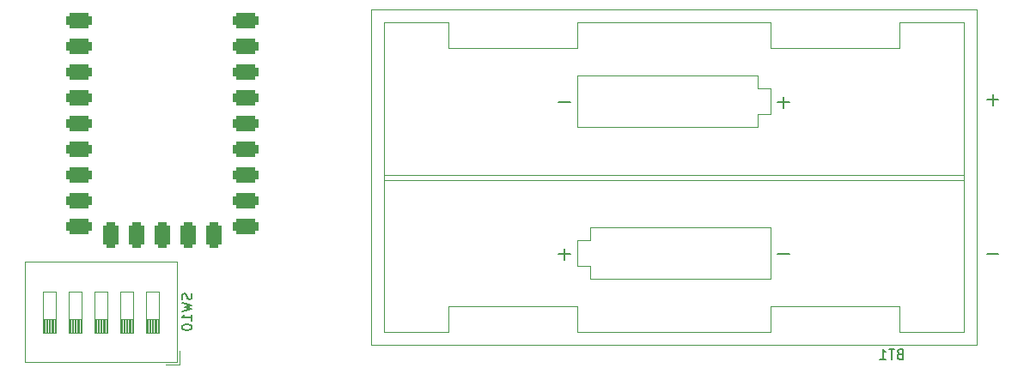
<source format=gbo>
G04 #@! TF.GenerationSoftware,KiCad,Pcbnew,(6.0.9)*
G04 #@! TF.CreationDate,2022-12-06T16:10:30-05:00*
G04 #@! TF.ProjectId,rf_controller_hw,72665f63-6f6e-4747-926f-6c6c65725f68,rev?*
G04 #@! TF.SameCoordinates,Original*
G04 #@! TF.FileFunction,Legend,Bot*
G04 #@! TF.FilePolarity,Positive*
%FSLAX46Y46*%
G04 Gerber Fmt 4.6, Leading zero omitted, Abs format (unit mm)*
G04 Created by KiCad (PCBNEW (6.0.9)) date 2022-12-06 16:10:30*
%MOMM*%
%LPD*%
G01*
G04 APERTURE LIST*
G04 Aperture macros list*
%AMRoundRect*
0 Rectangle with rounded corners*
0 $1 Rounding radius*
0 $2 $3 $4 $5 $6 $7 $8 $9 X,Y pos of 4 corners*
0 Add a 4 corners polygon primitive as box body*
4,1,4,$2,$3,$4,$5,$6,$7,$8,$9,$2,$3,0*
0 Add four circle primitives for the rounded corners*
1,1,$1+$1,$2,$3*
1,1,$1+$1,$4,$5*
1,1,$1+$1,$6,$7*
1,1,$1+$1,$8,$9*
0 Add four rect primitives between the rounded corners*
20,1,$1+$1,$2,$3,$4,$5,0*
20,1,$1+$1,$4,$5,$6,$7,0*
20,1,$1+$1,$6,$7,$8,$9,0*
20,1,$1+$1,$8,$9,$2,$3,0*%
G04 Aperture macros list end*
%ADD10C,0.150000*%
%ADD11C,0.120000*%
%ADD12RoundRect,0.400000X-0.900000X-0.400000X0.900000X-0.400000X0.900000X0.400000X-0.900000X0.400000X0*%
%ADD13RoundRect,0.400050X-0.899950X-0.400050X0.899950X-0.400050X0.899950X0.400050X-0.899950X0.400050X0*%
%ADD14RoundRect,0.400000X-0.400000X-0.900000X0.400000X-0.900000X0.400000X0.900000X-0.400000X0.900000X0*%
%ADD15RoundRect,0.393700X-0.393700X-0.906300X0.393700X-0.906300X0.393700X0.906300X-0.393700X0.906300X0*%
%ADD16C,2.000000*%
%ADD17C,3.200000*%
%ADD18R,1.700000X1.700000*%
%ADD19O,1.700000X1.700000*%
%ADD20C,1.998980*%
%ADD21R,2.000000X2.000000*%
%ADD22R,1.600000X1.600000*%
%ADD23O,1.600000X1.600000*%
G04 APERTURE END LIST*
D10*
X177016714Y-80049571D02*
X176873857Y-80097190D01*
X176826238Y-80144809D01*
X176778619Y-80240047D01*
X176778619Y-80382904D01*
X176826238Y-80478142D01*
X176873857Y-80525761D01*
X176969095Y-80573380D01*
X177350047Y-80573380D01*
X177350047Y-79573380D01*
X177016714Y-79573380D01*
X176921476Y-79621000D01*
X176873857Y-79668619D01*
X176826238Y-79763857D01*
X176826238Y-79859095D01*
X176873857Y-79954333D01*
X176921476Y-80001952D01*
X177016714Y-80049571D01*
X177350047Y-80049571D01*
X176492904Y-79573380D02*
X175921476Y-79573380D01*
X176207190Y-80573380D02*
X176207190Y-79573380D01*
X175064333Y-80573380D02*
X175635761Y-80573380D01*
X175350047Y-80573380D02*
X175350047Y-79573380D01*
X175445285Y-79716238D01*
X175540523Y-79811476D01*
X175635761Y-79859095D01*
X166107428Y-55218142D02*
X164964571Y-55218142D01*
X165536000Y-55789571D02*
X165536000Y-54646714D01*
X186753428Y-70211142D02*
X185610571Y-70211142D01*
X166107428Y-70208142D02*
X164964571Y-70208142D01*
X186753428Y-54971142D02*
X185610571Y-54971142D01*
X186182000Y-55542571D02*
X186182000Y-54399714D01*
X144517428Y-55218142D02*
X143374571Y-55218142D01*
X144517428Y-70208142D02*
X143374571Y-70208142D01*
X143946000Y-70779571D02*
X143946000Y-69636714D01*
X107197761Y-74093976D02*
X107245380Y-74236833D01*
X107245380Y-74474928D01*
X107197761Y-74570166D01*
X107150142Y-74617785D01*
X107054904Y-74665404D01*
X106959666Y-74665404D01*
X106864428Y-74617785D01*
X106816809Y-74570166D01*
X106769190Y-74474928D01*
X106721571Y-74284452D01*
X106673952Y-74189214D01*
X106626333Y-74141595D01*
X106531095Y-74093976D01*
X106435857Y-74093976D01*
X106340619Y-74141595D01*
X106293000Y-74189214D01*
X106245380Y-74284452D01*
X106245380Y-74522547D01*
X106293000Y-74665404D01*
X106245380Y-74998738D02*
X107245380Y-75236833D01*
X106531095Y-75427309D01*
X107245380Y-75617785D01*
X106245380Y-75855880D01*
X107245380Y-76760642D02*
X107245380Y-76189214D01*
X107245380Y-76474928D02*
X106245380Y-76474928D01*
X106388238Y-76379690D01*
X106483476Y-76284452D01*
X106531095Y-76189214D01*
X106245380Y-77379690D02*
X106245380Y-77474928D01*
X106293000Y-77570166D01*
X106340619Y-77617785D01*
X106435857Y-77665404D01*
X106626333Y-77713023D01*
X106864428Y-77713023D01*
X107054904Y-77665404D01*
X107150142Y-77617785D01*
X107197761Y-77570166D01*
X107245380Y-77474928D01*
X107245380Y-77379690D01*
X107197761Y-77284452D01*
X107150142Y-77236833D01*
X107054904Y-77189214D01*
X106864428Y-77141595D01*
X106626333Y-77141595D01*
X106435857Y-77189214D01*
X106340619Y-77236833D01*
X106293000Y-77284452D01*
X106245380Y-77379690D01*
D11*
X146486000Y-72641000D02*
X164266000Y-72641000D01*
X164266000Y-77896000D02*
X145216000Y-77896000D01*
X176966000Y-75356000D02*
X164266000Y-75356000D01*
X145216000Y-52571000D02*
X145216000Y-53841000D01*
X145216000Y-49856000D02*
X145216000Y-47316000D01*
X124871000Y-79166000D02*
X124871000Y-46046000D01*
X184581000Y-46046000D02*
X184581000Y-79166000D01*
X145216000Y-57651000D02*
X162996000Y-57651000D01*
X164266000Y-72641000D02*
X164266000Y-67561000D01*
X184581000Y-79166000D02*
X124871000Y-79166000D01*
X146486000Y-71371000D02*
X146486000Y-72641000D01*
X132516000Y-47316000D02*
X132516000Y-49856000D01*
X176966000Y-49856000D02*
X176966000Y-47316000D01*
X145216000Y-47316000D02*
X164266000Y-47316000D01*
X126141000Y-62860000D02*
X183311000Y-62860000D01*
X162996000Y-53841000D02*
X162996000Y-52571000D01*
X146486000Y-68831000D02*
X145216000Y-68831000D01*
X183311000Y-77896000D02*
X176966000Y-77896000D01*
X145216000Y-68831000D02*
X145216000Y-71371000D01*
X146486000Y-67561000D02*
X146486000Y-68831000D01*
X164266000Y-56381000D02*
X164266000Y-53841000D01*
X164266000Y-75356000D02*
X164266000Y-77896000D01*
X126141000Y-47316000D02*
X126141000Y-77896000D01*
X145216000Y-53841000D02*
X145216000Y-57651000D01*
X176966000Y-49856000D02*
X164266000Y-49856000D01*
X164266000Y-47316000D02*
X164266000Y-49856000D01*
X145216000Y-71371000D02*
X146486000Y-71371000D01*
X132516000Y-75356000D02*
X145216000Y-75356000D01*
X164266000Y-53841000D02*
X162996000Y-53841000D01*
X126141000Y-77896000D02*
X132516000Y-77896000D01*
X176966000Y-47316000D02*
X183311000Y-47316000D01*
X183311000Y-62352000D02*
X126141000Y-62352000D01*
X162996000Y-56381000D02*
X164266000Y-56381000D01*
X183311000Y-47316000D02*
X183311000Y-77896000D01*
X164266000Y-67561000D02*
X146486000Y-67561000D01*
X126141000Y-47316000D02*
X132516000Y-47316000D01*
X145216000Y-77896000D02*
X145216000Y-75356000D01*
X132516000Y-49856000D02*
X145216000Y-49856000D01*
X132516000Y-77896000D02*
X132516000Y-75356000D01*
X176966000Y-77896000D02*
X176966000Y-75356000D01*
X162996000Y-57651000D02*
X162996000Y-56381000D01*
X124871000Y-46046000D02*
X184581000Y-46046000D01*
X162996000Y-52571000D02*
X145216000Y-52571000D01*
X96388000Y-76580167D02*
X95118000Y-76580167D01*
X96148000Y-77933500D02*
X96148000Y-76580167D01*
X93608000Y-77933500D02*
X93608000Y-76580167D01*
X92768000Y-77933500D02*
X92768000Y-76580167D01*
X103768000Y-77933500D02*
X103768000Y-76580167D01*
X100508000Y-77933500D02*
X100508000Y-76580167D01*
X103168000Y-77933500D02*
X103168000Y-76580167D01*
X98928000Y-73873500D02*
X98928000Y-77933500D01*
X93368000Y-77933500D02*
X93368000Y-76580167D01*
X93128000Y-77933500D02*
X93128000Y-76580167D01*
X104008000Y-73873500D02*
X104008000Y-77933500D01*
X92578000Y-77933500D02*
X92578000Y-73873500D01*
X103288000Y-77933500D02*
X103288000Y-76580167D01*
X97848000Y-77933500D02*
X97848000Y-76580167D01*
X100198000Y-73873500D02*
X101468000Y-73873500D01*
X97968000Y-77933500D02*
X97968000Y-76580167D01*
X103408000Y-77933500D02*
X103408000Y-76580167D01*
X102738000Y-73873500D02*
X104008000Y-73873500D01*
X101468000Y-73873500D02*
X101468000Y-77933500D01*
X95118000Y-77933500D02*
X95118000Y-73873500D01*
X104008000Y-77933500D02*
X102738000Y-77933500D01*
X104008000Y-76580167D02*
X102738000Y-76580167D01*
X100628000Y-77933500D02*
X100628000Y-76580167D01*
X100268000Y-77933500D02*
X100268000Y-76580167D01*
X92888000Y-77933500D02*
X92888000Y-76580167D01*
X106033000Y-81093500D02*
X106033000Y-79709500D01*
X95188000Y-77933500D02*
X95188000Y-76580167D01*
X96388000Y-77933500D02*
X95118000Y-77933500D01*
X106033000Y-81093500D02*
X104650000Y-81093500D01*
X100868000Y-77933500D02*
X100868000Y-76580167D01*
X101108000Y-77933500D02*
X101108000Y-76580167D01*
X101468000Y-77933500D02*
X100198000Y-77933500D01*
X95428000Y-77933500D02*
X95428000Y-76580167D01*
X92578000Y-73873500D02*
X93848000Y-73873500D01*
X90793000Y-80853500D02*
X90793000Y-70953500D01*
X93728000Y-77933500D02*
X93728000Y-76580167D01*
X97658000Y-77933500D02*
X97658000Y-73873500D01*
X103048000Y-77933500D02*
X103048000Y-76580167D01*
X95548000Y-77933500D02*
X95548000Y-76580167D01*
X105793000Y-80853500D02*
X105793000Y-70953500D01*
X95668000Y-77933500D02*
X95668000Y-76580167D01*
X100388000Y-77933500D02*
X100388000Y-76580167D01*
X96028000Y-77933500D02*
X96028000Y-76580167D01*
X103648000Y-77933500D02*
X103648000Y-76580167D01*
X98088000Y-77933500D02*
X98088000Y-76580167D01*
X96388000Y-73873500D02*
X96388000Y-77933500D01*
X102928000Y-77933500D02*
X102928000Y-76580167D01*
X103528000Y-77933500D02*
X103528000Y-76580167D01*
X100198000Y-77933500D02*
X100198000Y-73873500D01*
X93488000Y-77933500D02*
X93488000Y-76580167D01*
X105793000Y-70953500D02*
X90793000Y-70953500D01*
X98448000Y-77933500D02*
X98448000Y-76580167D01*
X100988000Y-77933500D02*
X100988000Y-76580167D01*
X93248000Y-77933500D02*
X93248000Y-76580167D01*
X103888000Y-77933500D02*
X103888000Y-76580167D01*
X92648000Y-77933500D02*
X92648000Y-76580167D01*
X101468000Y-76580167D02*
X100198000Y-76580167D01*
X102808000Y-77933500D02*
X102808000Y-76580167D01*
X93848000Y-73873500D02*
X93848000Y-77933500D01*
X95118000Y-73873500D02*
X96388000Y-73873500D01*
X98328000Y-77933500D02*
X98328000Y-76580167D01*
X98208000Y-77933500D02*
X98208000Y-76580167D01*
X101228000Y-77933500D02*
X101228000Y-76580167D01*
X98928000Y-76580167D02*
X97658000Y-76580167D01*
X95908000Y-77933500D02*
X95908000Y-76580167D01*
X97728000Y-77933500D02*
X97728000Y-76580167D01*
X93008000Y-77933500D02*
X93008000Y-76580167D01*
X93848000Y-76580167D02*
X92578000Y-76580167D01*
X102738000Y-77933500D02*
X102738000Y-73873500D01*
X105793000Y-80853500D02*
X90793000Y-80853500D01*
X96268000Y-77933500D02*
X96268000Y-76580167D01*
X98928000Y-77933500D02*
X97658000Y-77933500D01*
X98568000Y-77933500D02*
X98568000Y-76580167D01*
X95308000Y-77933500D02*
X95308000Y-76580167D01*
X98808000Y-77933500D02*
X98808000Y-76580167D01*
X100748000Y-77933500D02*
X100748000Y-76580167D01*
X101348000Y-77933500D02*
X101348000Y-76580167D01*
X98688000Y-77933500D02*
X98688000Y-76580167D01*
X97658000Y-73873500D02*
X98928000Y-73873500D01*
X93848000Y-77933500D02*
X92578000Y-77933500D01*
X95788000Y-77933500D02*
X95788000Y-76580167D01*
%LPC*%
D12*
X112551000Y-47169000D03*
X112551000Y-49709000D03*
X112551000Y-52249000D03*
X112551000Y-54789000D03*
X112551000Y-57329000D03*
D13*
X112551000Y-59869000D03*
X112551000Y-62409000D03*
X112551000Y-64949000D03*
X112551000Y-67489000D03*
D14*
X109411000Y-68299000D03*
D15*
X106871000Y-68299000D03*
X104331000Y-68299000D03*
X101791000Y-68299000D03*
X99251000Y-68299000D03*
D13*
X96111000Y-67489000D03*
X96111000Y-64949000D03*
X96111000Y-62409000D03*
X96111000Y-59869000D03*
X96111000Y-57329000D03*
X96111000Y-54789000D03*
X96111000Y-52249000D03*
X96111000Y-49709000D03*
X96111000Y-47169000D03*
D16*
X183440000Y-87920000D03*
X189940000Y-87920000D03*
X189940000Y-92420000D03*
X183440000Y-92420000D03*
D17*
X203200000Y-99060000D03*
D16*
X118260000Y-73914000D03*
X111760000Y-73914000D03*
X118260000Y-78414000D03*
X111760000Y-78414000D03*
X111760000Y-95504000D03*
X118260000Y-95504000D03*
X111760000Y-100004000D03*
X118260000Y-100004000D03*
X100330000Y-85344000D03*
X106830000Y-85344000D03*
X100330000Y-89844000D03*
X106830000Y-89844000D03*
X197410000Y-80046000D03*
X203910000Y-80046000D03*
X203910000Y-84546000D03*
X197410000Y-84546000D03*
D18*
X213106000Y-73421000D03*
D19*
X213106000Y-75961000D03*
X213106000Y-78501000D03*
D18*
X196877000Y-73946500D03*
D19*
X196877000Y-71406500D03*
X199417000Y-73946500D03*
X199417000Y-71406500D03*
X201957000Y-73946500D03*
X201957000Y-71406500D03*
X204497000Y-73946500D03*
X204497000Y-71406500D03*
D16*
X160120095Y-103705670D03*
X160120095Y-93705670D03*
D20*
X150543895Y-92955670D03*
D16*
X147470095Y-103705670D03*
D20*
X150543895Y-88455670D03*
D16*
X147470095Y-93705670D03*
D20*
X157046295Y-92955670D03*
X157046295Y-88455670D03*
X145065095Y-101205030D03*
X145065095Y-98705670D03*
X145065095Y-96206310D03*
X156294455Y-107435670D03*
X153795095Y-107435670D03*
X151295735Y-107435670D03*
D16*
X123190000Y-85344000D03*
X129690000Y-85344000D03*
X123190000Y-89844000D03*
X129690000Y-89844000D03*
X168200000Y-95540000D03*
X174700000Y-95540000D03*
X174700000Y-100040000D03*
X168200000Y-100040000D03*
D17*
X101600000Y-99060000D03*
D21*
X189331000Y-55111000D03*
D16*
X189331000Y-70101000D03*
D22*
X103373000Y-79713500D03*
D23*
X100833000Y-79713500D03*
X98293000Y-79713500D03*
X95753000Y-79713500D03*
X93213000Y-79713500D03*
X93213000Y-72093500D03*
X95753000Y-72093500D03*
X98293000Y-72093500D03*
X100833000Y-72093500D03*
X103373000Y-72093500D03*
M02*

</source>
